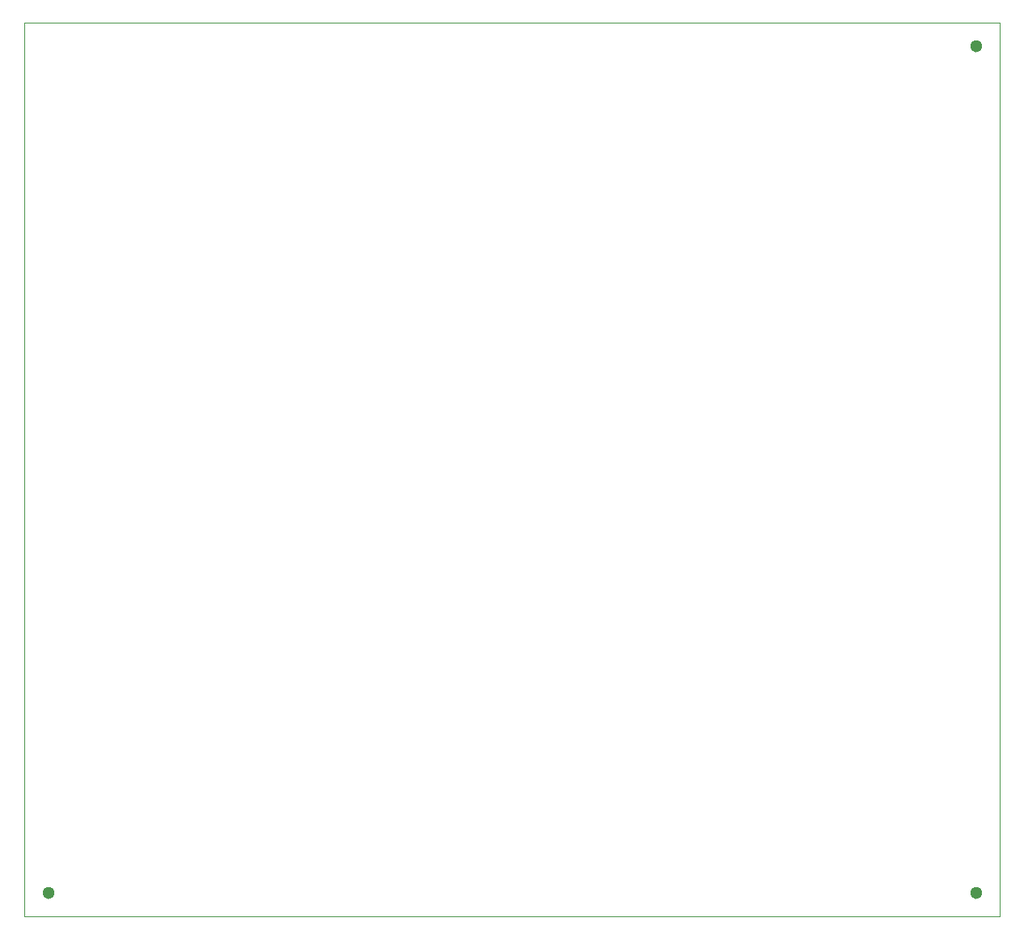
<source format=gbr>
G04 #@! TF.GenerationSoftware,KiCad,Pcbnew,(5.1.4-0-10_14)*
G04 #@! TF.CreationDate,2019-12-29T23:54:35-08:00*
G04 #@! TF.ProjectId,Mothership,4d6f7468-6572-4736-9869-702e6b696361,rev?*
G04 #@! TF.SameCoordinates,Original*
G04 #@! TF.FileFunction,Paste,Bot*
G04 #@! TF.FilePolarity,Positive*
%FSLAX46Y46*%
G04 Gerber Fmt 4.6, Leading zero omitted, Abs format (unit mm)*
G04 Created by KiCad (PCBNEW (5.1.4-0-10_14)) date 2019-12-29 23:54:35*
%MOMM*%
%LPD*%
G04 APERTURE LIST*
%ADD10C,0.050000*%
%ADD11C,1.300000*%
G04 APERTURE END LIST*
D10*
X139750000Y-21500000D02*
X37750000Y-21500000D01*
X37750000Y-21500000D02*
X37750000Y-115000000D01*
X139750000Y-115000000D02*
X37750000Y-115000000D01*
X139750000Y-21500000D02*
X139750000Y-115000000D01*
D11*
X40250000Y-112500000D03*
X137250000Y-24000000D03*
X137250000Y-112500000D03*
M02*

</source>
